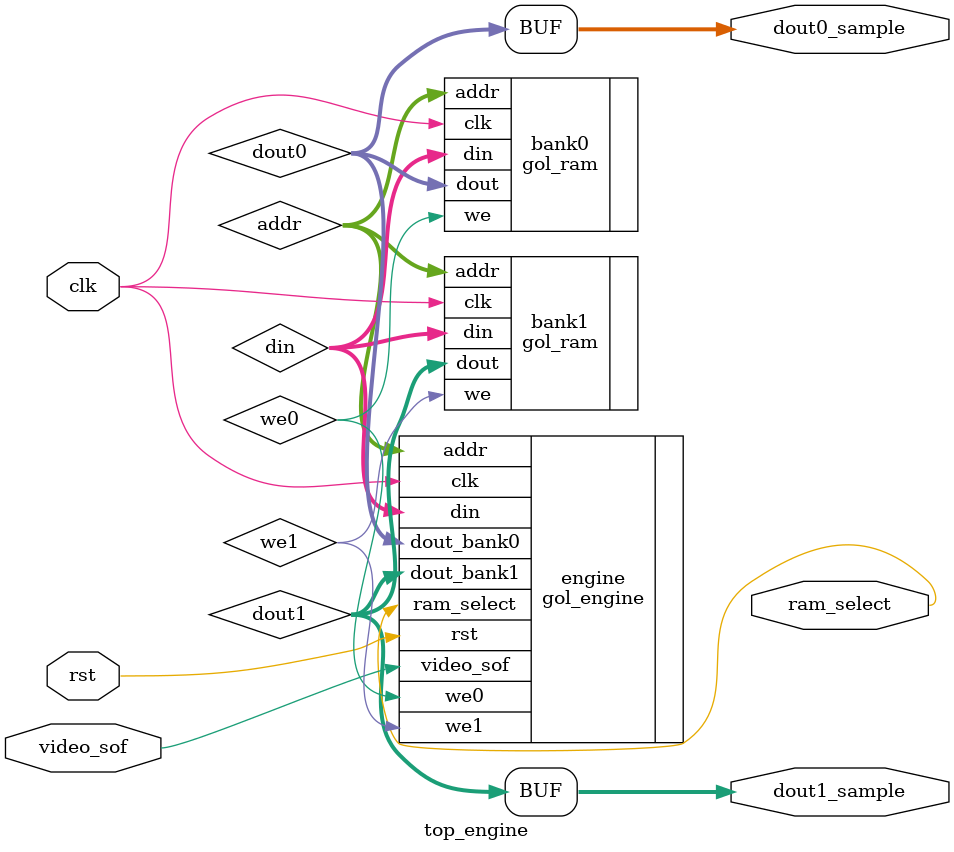
<source format=v>
/**
 * top_engine.v — Minimal top for Segment 2: gol_engine + 2× gol_ram (for synthesis check).
 * Not the final top; used to verify DFF count and no BRAM in FSM.
 */
module top_engine (
    input  wire       clk,
    input  wire       rst,
    input  wire       video_sof,
    output wire       ram_select,
    output wire [3:0] dout0_sample,  // optional: sample bank0 for debug
    output wire [3:0] dout1_sample
);
    wire [15:0] addr;
    wire        we0, we1;
    wire [3:0]  din;
    wire [3:0]  dout0, dout1;

    gol_engine engine (
        .clk(clk),
        .rst(rst),
        .video_sof(video_sof),
        .dout_bank0(dout0),
        .dout_bank1(dout1),
        .ram_select(ram_select),
        .addr(addr),
        .we0(we0),
        .we1(we1),
        .din(din)
    );

    gol_ram bank0 (
        .clk(clk),
        .addr(addr),
        .we(we0),
        .din(din),
        .dout(dout0)
    );

    gol_ram bank1 (
        .clk(clk),
        .addr(addr),
        .we(we1),
        .din(din),
        .dout(dout1)
    );

    assign dout0_sample = dout0;
    assign dout1_sample = dout1;
endmodule

</source>
